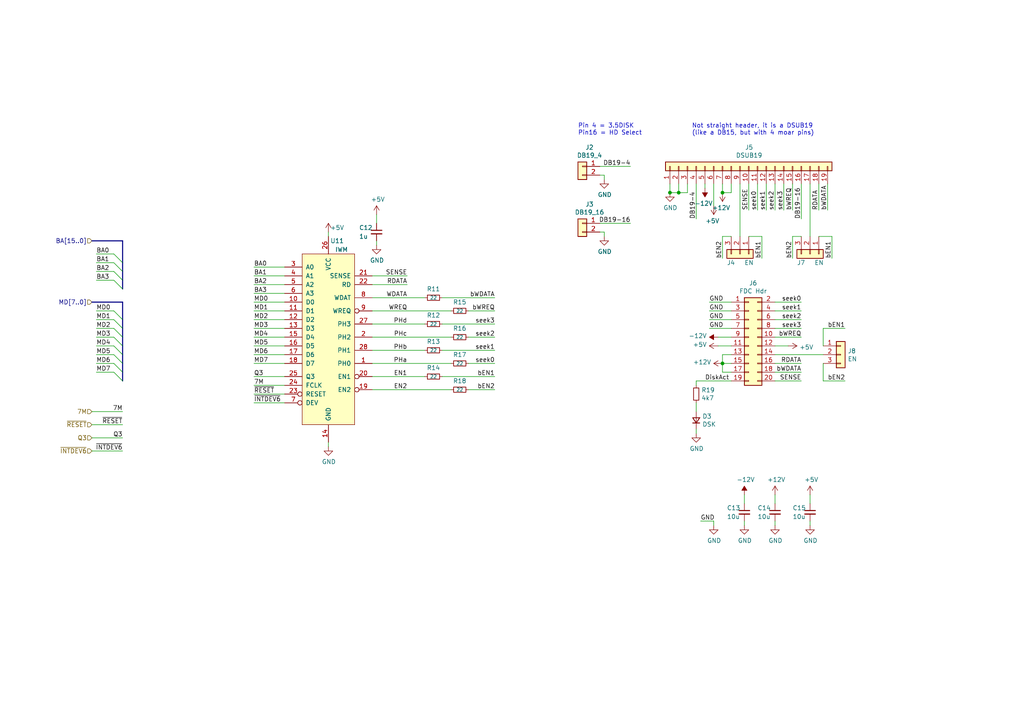
<source format=kicad_sch>
(kicad_sch (version 20211123) (generator eeschema)
  (paper "A4")
  (lib_symbols
    (symbol "Apple_IIgs_Symbols:IWM" (pin_names (offset 1.016))
      (property "Reference" "U" (at -6.35 27.94 0))
      (property "Value" "IWM" (at -6.35 25.4 0))
      (symbol "IWM_0_1"
        (rectangle (start -7.62 25.4) (end 7.62 -24.13) (fill (type background)))
      )
      (symbol "IWM_1_1"
        (pin input line (at 12.7 -6.35 180) (length 5.08) (name "PH0") (number "1"))
        (pin input line (at -12.7 11.43 0) (length 5.08) (name "D0") (number "10"))
        (pin input line (at -12.7 8.89 0) (length 5.08) (name "D1") (number "11"))
        (pin input line (at -12.7 6.35 0) (length 5.08) (name "D2") (number "12"))
        (pin input line (at -12.7 3.81 0) (length 5.08) (name "D3") (number "13"))
        (pin power_in line (at 0 -29.21 90) (length 5.08) (name "GND") (number "14"))
        (pin input line (at -12.7 1.27 0) (length 5.08) (name "D4") (number "15"))
        (pin input line (at -12.7 -1.27 0) (length 5.08) (name "D5") (number "16"))
        (pin input line (at -12.7 -3.81 0) (length 5.08) (name "D6") (number "17"))
        (pin input line (at -12.7 -6.35 0) (length 5.08) (name "D7") (number "18"))
        (pin input inverted (at 12.7 -13.97 180) (length 5.08) (name "EN2") (number "19"))
        (pin input line (at 12.7 1.27 180) (length 5.08) (name "PH2") (number "2"))
        (pin input inverted (at 12.7 -10.16 180) (length 5.08) (name "EN1") (number "20"))
        (pin input line (at 12.7 19.05 180) (length 5.08) (name "SENSE") (number "21"))
        (pin input line (at 12.7 16.51 180) (length 5.08) (name "RD") (number "22"))
        (pin input inverted (at -12.7 -15.24 0) (length 5.08) (name "RESET") (number "23"))
        (pin input line (at -12.7 -12.7 0) (length 5.08) (name "FCLK") (number "24"))
        (pin input line (at -12.7 -10.16 0) (length 5.08) (name "Q3") (number "25"))
        (pin power_in line (at 0 30.48 270) (length 5.08) (name "VCC") (number "26"))
        (pin input line (at 12.7 5.08 180) (length 5.08) (name "PH3") (number "27"))
        (pin input line (at 12.7 -2.54 180) (length 5.08) (name "PH1") (number "28"))
        (pin input line (at -12.7 21.59 0) (length 5.08) (name "A0") (number "3"))
        (pin input line (at -12.7 19.05 0) (length 5.08) (name "A1") (number "4"))
        (pin input line (at -12.7 16.51 0) (length 5.08) (name "A2") (number "5"))
        (pin input line (at -12.7 13.97 0) (length 5.08) (name "A3") (number "6"))
        (pin input inverted (at -12.7 -17.78 0) (length 5.08) (name "DEV") (number "7"))
        (pin input line (at 12.7 12.7 180) (length 5.08) (name "WDAT") (number "8"))
        (pin input inverted (at 12.7 8.89 180) (length 5.08) (name "WREQ") (number "9"))
      )
    )
    (symbol "Connector_Generic:Conn_01x02" (pin_names (offset 1.016) hide)
      (property "Reference" "J" (at 0 2.54 0))
      (property "Value" "Conn_01x02" (at 0 -5.08 0))
      (symbol "Conn_01x02_1_1"
        (rectangle (start -1.27 -2.413) (end 0 -2.667) (stroke (width 0.1524)))
        (rectangle (start -1.27 0.127) (end 0 -0.127) (stroke (width 0.1524)))
        (rectangle (start -1.27 1.27) (end 1.27 -3.81) (stroke (width 0.254)) (fill (type background)))
        (pin passive line (at -5.08 0 0) (length 3.81) (name "Pin_1") (number "1"))
        (pin passive line (at -5.08 -2.54 0) (length 3.81) (name "Pin_2") (number "2"))
      )
    )
    (symbol "Connector_Generic:Conn_01x03" (pin_names (offset 1.016) hide)
      (property "Reference" "J" (at 0 5.08 0))
      (property "Value" "Conn_01x03" (at 0 -5.08 0))
      (symbol "Conn_01x03_1_1"
        (rectangle (start -1.27 -2.413) (end 0 -2.667) (stroke (width 0.1524)))
        (rectangle (start -1.27 0.127) (end 0 -0.127) (stroke (width 0.1524)))
        (rectangle (start -1.27 2.667) (end 0 2.413) (stroke (width 0.1524)))
        (rectangle (start -1.27 3.81) (end 1.27 -3.81) (stroke (width 0.254)) (fill (type background)))
        (pin passive line (at -5.08 2.54 0) (length 3.81) (name "Pin_1") (number "1"))
        (pin passive line (at -5.08 0 0) (length 3.81) (name "Pin_2") (number "2"))
        (pin passive line (at -5.08 -2.54 0) (length 3.81) (name "Pin_3") (number "3"))
      )
    )
    (symbol "Connector_Generic:Conn_01x19" (pin_names (offset 1.016) hide)
      (property "Reference" "J" (at 0 25.4 0))
      (property "Value" "Conn_01x19" (at 0 -25.4 0))
      (symbol "Conn_01x19_1_1"
        (rectangle (start -1.27 -22.733) (end 0 -22.987) (stroke (width 0.1524)))
        (rectangle (start -1.27 -20.193) (end 0 -20.447) (stroke (width 0.1524)))
        (rectangle (start -1.27 -17.653) (end 0 -17.907) (stroke (width 0.1524)))
        (rectangle (start -1.27 -15.113) (end 0 -15.367) (stroke (width 0.1524)))
        (rectangle (start -1.27 -12.573) (end 0 -12.827) (stroke (width 0.1524)))
        (rectangle (start -1.27 -10.033) (end 0 -10.287) (stroke (width 0.1524)))
        (rectangle (start -1.27 -7.493) (end 0 -7.747) (stroke (width 0.1524)))
        (rectangle (start -1.27 -4.953) (end 0 -5.207) (stroke (width 0.1524)))
        (rectangle (start -1.27 -2.413) (end 0 -2.667) (stroke (width 0.1524)))
        (rectangle (start -1.27 0.127) (end 0 -0.127) (stroke (width 0.1524)))
        (rectangle (start -1.27 2.667) (end 0 2.413) (stroke (width 0.1524)))
        (rectangle (start -1.27 5.207) (end 0 4.953) (stroke (width 0.1524)))
        (rectangle (start -1.27 7.747) (end 0 7.493) (stroke (width 0.1524)))
        (rectangle (start -1.27 10.287) (end 0 10.033) (stroke (width 0.1524)))
        (rectangle (start -1.27 12.827) (end 0 12.573) (stroke (width 0.1524)))
        (rectangle (start -1.27 15.367) (end 0 15.113) (stroke (width 0.1524)))
        (rectangle (start -1.27 17.907) (end 0 17.653) (stroke (width 0.1524)))
        (rectangle (start -1.27 20.447) (end 0 20.193) (stroke (width 0.1524)))
        (rectangle (start -1.27 22.987) (end 0 22.733) (stroke (width 0.1524)))
        (rectangle (start -1.27 24.13) (end 1.27 -24.13) (stroke (width 0.254)) (fill (type background)))
        (pin passive line (at -5.08 22.86 0) (length 3.81) (name "Pin_1") (number "1"))
        (pin passive line (at -5.08 0 0) (length 3.81) (name "Pin_10") (number "10"))
        (pin passive line (at -5.08 -2.54 0) (length 3.81) (name "Pin_11") (number "11"))
        (pin passive line (at -5.08 -5.08 0) (length 3.81) (name "Pin_12") (number "12"))
        (pin passive line (at -5.08 -7.62 0) (length 3.81) (name "Pin_13") (number "13"))
        (pin passive line (at -5.08 -10.16 0) (length 3.81) (name "Pin_14") (number "14"))
        (pin passive line (at -5.08 -12.7 0) (length 3.81) (name "Pin_15") (number "15"))
        (pin passive line (at -5.08 -15.24 0) (length 3.81) (name "Pin_16") (number "16"))
        (pin passive line (at -5.08 -17.78 0) (length 3.81) (name "Pin_17") (number "17"))
        (pin passive line (at -5.08 -20.32 0) (length 3.81) (name "Pin_18") (number "18"))
        (pin passive line (at -5.08 -22.86 0) (length 3.81) (name "Pin_19") (number "19"))
        (pin passive line (at -5.08 20.32 0) (length 3.81) (name "Pin_2") (number "2"))
        (pin passive line (at -5.08 17.78 0) (length 3.81) (name "Pin_3") (number "3"))
        (pin passive line (at -5.08 15.24 0) (length 3.81) (name "Pin_4") (number "4"))
        (pin passive line (at -5.08 12.7 0) (length 3.81) (name "Pin_5") (number "5"))
        (pin passive line (at -5.08 10.16 0) (length 3.81) (name "Pin_6") (number "6"))
        (pin passive line (at -5.08 7.62 0) (length 3.81) (name "Pin_7") (number "7"))
        (pin passive line (at -5.08 5.08 0) (length 3.81) (name "Pin_8") (number "8"))
        (pin passive line (at -5.08 2.54 0) (length 3.81) (name "Pin_9") (number "9"))
      )
    )
    (symbol "Connector_Generic:Conn_02x10_Odd_Even" (pin_names (offset 1.016) hide)
      (property "Reference" "J" (at 1.27 12.7 0))
      (property "Value" "Conn_02x10_Odd_Even" (at 1.27 -15.24 0))
      (symbol "Conn_02x10_Odd_Even_1_1"
        (rectangle (start -1.27 -12.573) (end 0 -12.827) (stroke (width 0.1524)))
        (rectangle (start -1.27 -10.033) (end 0 -10.287) (stroke (width 0.1524)))
        (rectangle (start -1.27 -7.493) (end 0 -7.747) (stroke (width 0.1524)))
        (rectangle (start -1.27 -4.953) (end 0 -5.207) (stroke (width 0.1524)))
        (rectangle (start -1.27 -2.413) (end 0 -2.667) (stroke (width 0.1524)))
        (rectangle (start -1.27 0.127) (end 0 -0.127) (stroke (width 0.1524)))
        (rectangle (start -1.27 2.667) (end 0 2.413) (stroke (width 0.1524)))
        (rectangle (start -1.27 5.207) (end 0 4.953) (stroke (width 0.1524)))
        (rectangle (start -1.27 7.747) (end 0 7.493) (stroke (width 0.1524)))
        (rectangle (start -1.27 10.287) (end 0 10.033) (stroke (width 0.1524)))
        (rectangle (start -1.27 11.43) (end 3.81 -13.97) (stroke (width 0.254)) (fill (type background)))
        (rectangle (start 3.81 -12.573) (end 2.54 -12.827) (stroke (width 0.1524)))
        (rectangle (start 3.81 -10.033) (end 2.54 -10.287) (stroke (width 0.1524)))
        (rectangle (start 3.81 -7.493) (end 2.54 -7.747) (stroke (width 0.1524)))
        (rectangle (start 3.81 -4.953) (end 2.54 -5.207) (stroke (width 0.1524)))
        (rectangle (start 3.81 -2.413) (end 2.54 -2.667) (stroke (width 0.1524)))
        (rectangle (start 3.81 0.127) (end 2.54 -0.127) (stroke (width 0.1524)))
        (rectangle (start 3.81 2.667) (end 2.54 2.413) (stroke (width 0.1524)))
        (rectangle (start 3.81 5.207) (end 2.54 4.953) (stroke (width 0.1524)))
        (rectangle (start 3.81 7.747) (end 2.54 7.493) (stroke (width 0.1524)))
        (rectangle (start 3.81 10.287) (end 2.54 10.033) (stroke (width 0.1524)))
        (pin passive line (at -5.08 10.16 0) (length 3.81) (name "Pin_1") (number "1"))
        (pin passive line (at 7.62 0 180) (length 3.81) (name "Pin_10") (number "10"))
        (pin passive line (at -5.08 -2.54 0) (length 3.81) (name "Pin_11") (number "11"))
        (pin passive line (at 7.62 -2.54 180) (length 3.81) (name "Pin_12") (number "12"))
        (pin passive line (at -5.08 -5.08 0) (length 3.81) (name "Pin_13") (number "13"))
        (pin passive line (at 7.62 -5.08 180) (length 3.81) (name "Pin_14") (number "14"))
        (pin passive line (at -5.08 -7.62 0) (length 3.81) (name "Pin_15") (number "15"))
        (pin passive line (at 7.62 -7.62 180) (length 3.81) (name "Pin_16") (number "16"))
        (pin passive line (at -5.08 -10.16 0) (length 3.81) (name "Pin_17") (number "17"))
        (pin passive line (at 7.62 -10.16 180) (length 3.81) (name "Pin_18") (number "18"))
        (pin passive line (at -5.08 -12.7 0) (length 3.81) (name "Pin_19") (number "19"))
        (pin passive line (at 7.62 10.16 180) (length 3.81) (name "Pin_2") (number "2"))
        (pin passive line (at 7.62 -12.7 180) (length 3.81) (name "Pin_20") (number "20"))
        (pin passive line (at -5.08 7.62 0) (length 3.81) (name "Pin_3") (number "3"))
        (pin passive line (at 7.62 7.62 180) (length 3.81) (name "Pin_4") (number "4"))
        (pin passive line (at -5.08 5.08 0) (length 3.81) (name "Pin_5") (number "5"))
        (pin passive line (at 7.62 5.08 180) (length 3.81) (name "Pin_6") (number "6"))
        (pin passive line (at -5.08 2.54 0) (length 3.81) (name "Pin_7") (number "7"))
        (pin passive line (at 7.62 2.54 180) (length 3.81) (name "Pin_8") (number "8"))
        (pin passive line (at -5.08 0 0) (length 3.81) (name "Pin_9") (number "9"))
      )
    )
    (symbol "My_Library:C_0805" (pin_numbers hide) (pin_names (offset 0.254) hide)
      (property "Reference" "C" (at 0.254 1.778 0))
      (property "Value" "My_Library_C_0805" (at 0.254 -2.032 0))
      (symbol "C_0805_0_1"
        (polyline (pts (xy -1.524 -0.508) (xy 1.524 -0.508)) (stroke (width 0.3302)))
        (polyline (pts (xy -1.524 0.508) (xy 1.524 0.508)) (stroke (width 0.3048)))
      )
      (symbol "C_0805_1_1"
        (pin passive line (at 0 2.54 270) (length 2.032) (name "~") (number "1"))
        (pin passive line (at 0 -2.54 90) (length 2.032) (name "~") (number "2"))
      )
    )
    (symbol "My_Library:D_1206" (pin_numbers hide) (pin_names (offset 0.254) hide)
      (property "Reference" "D" (at -1.27 2.032 0))
      (property "Value" "My_Library_D_1206" (at -3.81 -2.032 0))
      (symbol "D_1206_0_1"
        (polyline (pts (xy -0.762 -1.016) (xy -0.762 1.016)) (stroke (width 0.254)))
        (polyline (pts (xy -0.762 0) (xy 0.762 0)))
        (polyline (pts (xy 0.762 -1.016) (xy -0.762 0) (xy 0.762 1.016) (xy 0.762 -1.016)) (stroke (width 0.254)))
      )
      (symbol "D_1206_1_1"
        (pin passive line (at -2.54 0 0) (length 1.778) (name "K") (number "1"))
        (pin passive line (at 2.54 0 180) (length 1.778) (name "A") (number "2"))
      )
    )
    (symbol "My_Library:R_0805" (pin_numbers hide) (pin_names (offset 0.254) hide)
      (property "Reference" "R" (at 0.762 0.508 0))
      (property "Value" "My_Library_R_0805" (at 0.762 -1.016 0))
      (symbol "R_0805_0_1"
        (rectangle (start -0.762 1.778) (end 0.762 -1.778) (stroke (width 0.2032)))
      )
      (symbol "R_0805_1_1"
        (pin passive line (at 0 2.54 270) (length 0.762) (name "~") (number "1"))
        (pin passive line (at 0 -2.54 90) (length 0.762) (name "~") (number "2"))
      )
    )
    (symbol "power:+12V" (power) (pin_names (offset 0))
      (property "Value" "+12V" (at 0 3.556 0))
      (symbol "+12V_0_1"
        (polyline (pts (xy -0.762 1.27) (xy 0 2.54)))
        (polyline (pts (xy 0 0) (xy 0 2.54)))
        (polyline (pts (xy 0 2.54) (xy 0.762 1.27)))
      )
      (symbol "+12V_1_1"
        (pin power_in line (at 0 0 90) (length 0) hide (name "+12V") (number "1"))
      )
    )
    (symbol "power:+5V" (power) (pin_names (offset 0))
      (property "Value" "+5V" (at 0 3.556 0))
      (symbol "+5V_0_1"
        (polyline (pts (xy -0.762 1.27) (xy 0 2.54)))
        (polyline (pts (xy 0 0) (xy 0 2.54)))
        (polyline (pts (xy 0 2.54) (xy 0.762 1.27)))
      )
      (symbol "+5V_1_1"
        (pin power_in line (at 0 0 90) (length 0) hide (name "+5V") (number "1"))
      )
    )
    (symbol "power:-12V" (power) (pin_names (offset 0))
      (property "Value" "-12V" (at 0 3.81 0))
      (symbol "-12V_0_0"
        (pin power_in line (at 0 0 90) (length 0) hide (name "-12V") (number "1"))
      )
      (symbol "-12V_0_1"
        (polyline (pts (xy 0 0) (xy 0 1.27) (xy 0.762 1.27) (xy 0 2.54) (xy -0.762 1.27) (xy 0 1.27)) (fill (type outline)))
      )
    )
    (symbol "power:GND" (power) (pin_names (offset 0))
      (property "Value" "GND" (at 0 -3.81 0))
      (symbol "GND_0_1"
        (polyline (pts (xy 0 0) (xy 0 -1.27) (xy 1.27 -1.27) (xy 0 -2.54) (xy -1.27 -1.27) (xy 0 -1.27)))
      )
      (symbol "GND_1_1"
        (pin power_in line (at 0 0 270) (length 0) hide (name "GND") (number "1"))
      )
    )
  )
  (junction (at 209.55 105.41))
  (junction (at 196.85 55.88))
  (junction (at 194.31 55.88))
  (junction (at 209.55 55.88))
  (bus_entry (at 33.02 97.79) (size 2.54 2.54))
  (bus_entry (at 33.02 90.17) (size 2.54 2.54))
  (bus_entry (at 33.02 78.74) (size 2.54 2.54))
  (bus_entry (at 33.02 76.2) (size 2.54 2.54))
  (bus_entry (at 33.02 81.28) (size 2.54 2.54))
  (bus_entry (at 33.02 95.25) (size 2.54 2.54))
  (bus_entry (at 33.02 100.33) (size 2.54 2.54))
  (bus_entry (at 33.02 92.71) (size 2.54 2.54))
  (bus_entry (at 33.02 102.87) (size 2.54 2.54))
  (bus_entry (at 33.02 107.95) (size 2.54 2.54))
  (bus_entry (at 33.02 73.66) (size 2.54 2.54))
  (bus_entry (at 33.02 105.41) (size 2.54 2.54))
  (wire (pts (xy 229.87 68.58) (xy 229.87 74.93)))
  (wire (pts (xy 212.09 90.17) (xy 205.74 90.17)))
  (wire (pts (xy 27.94 100.33) (xy 33.02 100.33)))
  (wire (pts (xy 27.94 76.2) (xy 33.02 76.2)))
  (wire (pts (xy 82.55 111.76) (xy 73.66 111.76)))
  (wire (pts (xy 214.63 53.34) (xy 214.63 68.58)))
  (wire (pts (xy 212.09 107.95) (xy 209.55 107.95)))
  (wire (pts (xy 82.55 77.47) (xy 73.66 77.47)))
  (bus (pts (xy 35.56 102.87) (xy 35.56 100.33)))
  (wire (pts (xy 224.79 87.63) (xy 232.41 87.63)))
  (wire (pts (xy 241.3 68.58) (xy 241.3 74.93)))
  (wire (pts (xy 201.93 53.34) (xy 201.93 63.5)))
  (bus (pts (xy 35.56 92.71) (xy 35.56 87.63)))
  (wire (pts (xy 220.98 68.58) (xy 220.98 74.93)))
  (wire (pts (xy 201.93 110.49) (xy 201.93 111.76)))
  (bus (pts (xy 35.56 83.82) (xy 35.56 81.28)))
  (wire (pts (xy 201.93 110.49) (xy 212.09 110.49)))
  (wire (pts (xy 107.95 105.41) (xy 130.81 105.41)))
  (wire (pts (xy 175.26 50.8) (xy 175.26 52.07)))
  (wire (pts (xy 107.95 97.79) (xy 130.81 97.79)))
  (wire (pts (xy 238.76 110.49) (xy 245.11 110.49)))
  (wire (pts (xy 27.94 97.79) (xy 33.02 97.79)))
  (wire (pts (xy 199.39 55.88) (xy 196.85 55.88)))
  (wire (pts (xy 207.01 53.34) (xy 207.01 59.69)))
  (wire (pts (xy 222.25 53.34) (xy 222.25 60.96)))
  (bus (pts (xy 35.56 95.25) (xy 35.56 92.71)))
  (wire (pts (xy 238.76 95.25) (xy 245.11 95.25)))
  (wire (pts (xy 128.27 101.6) (xy 143.51 101.6)))
  (bus (pts (xy 35.56 81.28) (xy 35.56 78.74)))
  (wire (pts (xy 209.55 102.87) (xy 209.55 105.41)))
  (wire (pts (xy 212.09 68.58) (xy 209.55 68.58)))
  (wire (pts (xy 209.55 68.58) (xy 209.55 74.93)))
  (wire (pts (xy 107.95 101.6) (xy 123.19 101.6)))
  (wire (pts (xy 82.55 105.41) (xy 73.66 105.41)))
  (bus (pts (xy 26.67 69.85) (xy 35.56 69.85)))
  (wire (pts (xy 227.33 53.34) (xy 227.33 60.96)))
  (wire (pts (xy 224.79 53.34) (xy 224.79 60.96)))
  (wire (pts (xy 95.25 67.31) (xy 95.25 68.58)))
  (wire (pts (xy 204.47 53.34) (xy 204.47 54.61)))
  (wire (pts (xy 118.11 82.55) (xy 107.95 82.55)))
  (wire (pts (xy 82.55 87.63) (xy 73.66 87.63)))
  (wire (pts (xy 82.55 82.55) (xy 73.66 82.55)))
  (wire (pts (xy 212.09 95.25) (xy 205.74 95.25)))
  (wire (pts (xy 237.49 68.58) (xy 241.3 68.58)))
  (wire (pts (xy 237.49 60.96) (xy 237.49 53.34)))
  (wire (pts (xy 224.79 102.87) (xy 238.76 102.87)))
  (wire (pts (xy 82.55 116.84) (xy 73.66 116.84)))
  (wire (pts (xy 238.76 100.33) (xy 238.76 95.25)))
  (wire (pts (xy 234.95 151.13) (xy 234.95 152.4)))
  (wire (pts (xy 128.27 86.36) (xy 143.51 86.36)))
  (wire (pts (xy 212.09 97.79) (xy 208.28 97.79)))
  (wire (pts (xy 224.79 92.71) (xy 232.41 92.71)))
  (bus (pts (xy 35.56 110.49) (xy 35.56 107.95)))
  (wire (pts (xy 27.94 78.74) (xy 33.02 78.74)))
  (wire (pts (xy 234.95 143.51) (xy 234.95 146.05)))
  (wire (pts (xy 224.79 100.33) (xy 228.6 100.33)))
  (wire (pts (xy 128.27 109.22) (xy 143.51 109.22)))
  (wire (pts (xy 229.87 53.34) (xy 229.87 60.96)))
  (wire (pts (xy 215.9 143.51) (xy 215.9 146.05)))
  (wire (pts (xy 82.55 114.3) (xy 73.66 114.3)))
  (wire (pts (xy 234.95 53.34) (xy 234.95 68.58)))
  (bus (pts (xy 35.56 76.2) (xy 35.56 69.85)))
  (wire (pts (xy 212.09 102.87) (xy 209.55 102.87)))
  (wire (pts (xy 175.26 67.31) (xy 175.26 68.58)))
  (wire (pts (xy 212.09 87.63) (xy 205.74 87.63)))
  (wire (pts (xy 27.94 81.28) (xy 33.02 81.28)))
  (wire (pts (xy 196.85 55.88) (xy 194.31 55.88)))
  (wire (pts (xy 238.76 105.41) (xy 238.76 110.49)))
  (wire (pts (xy 107.95 109.22) (xy 123.19 109.22)))
  (wire (pts (xy 224.79 143.51) (xy 224.79 146.05)))
  (wire (pts (xy 82.55 102.87) (xy 73.66 102.87)))
  (wire (pts (xy 209.55 107.95) (xy 209.55 105.41)))
  (wire (pts (xy 95.25 128.27) (xy 95.25 129.54)))
  (bus (pts (xy 35.56 105.41) (xy 35.56 102.87)))
  (wire (pts (xy 194.31 55.88) (xy 194.31 53.34)))
  (wire (pts (xy 107.95 86.36) (xy 123.19 86.36)))
  (wire (pts (xy 35.56 130.81) (xy 26.67 130.81)))
  (wire (pts (xy 82.55 92.71) (xy 73.66 92.71)))
  (wire (pts (xy 107.95 90.17) (xy 130.81 90.17)))
  (wire (pts (xy 209.55 55.88) (xy 209.55 53.34)))
  (wire (pts (xy 135.89 90.17) (xy 143.51 90.17)))
  (wire (pts (xy 35.56 119.38) (xy 26.67 119.38)))
  (bus (pts (xy 35.56 78.74) (xy 35.56 76.2)))
  (wire (pts (xy 224.79 90.17) (xy 232.41 90.17)))
  (wire (pts (xy 173.99 64.77) (xy 182.88 64.77)))
  (wire (pts (xy 118.11 80.01) (xy 107.95 80.01)))
  (wire (pts (xy 207.01 152.4) (xy 207.01 151.13)))
  (wire (pts (xy 82.55 90.17) (xy 73.66 90.17)))
  (wire (pts (xy 212.09 105.41) (xy 209.55 105.41)))
  (wire (pts (xy 33.02 105.41) (xy 27.94 105.41)))
  (bus (pts (xy 35.56 97.79) (xy 35.56 95.25)))
  (wire (pts (xy 224.79 107.95) (xy 232.41 107.95)))
  (bus (pts (xy 26.67 87.63) (xy 35.56 87.63)))
  (wire (pts (xy 201.93 124.46) (xy 201.93 125.73)))
  (wire (pts (xy 224.79 95.25) (xy 232.41 95.25)))
  (bus (pts (xy 35.56 100.33) (xy 35.56 97.79)))
  (wire (pts (xy 196.85 53.34) (xy 196.85 55.88)))
  (wire (pts (xy 201.93 116.84) (xy 201.93 119.38)))
  (wire (pts (xy 27.94 95.25) (xy 33.02 95.25)))
  (wire (pts (xy 219.71 53.34) (xy 219.71 60.96)))
  (wire (pts (xy 232.41 53.34) (xy 232.41 63.5)))
  (wire (pts (xy 199.39 53.34) (xy 199.39 55.88)))
  (wire (pts (xy 82.55 100.33) (xy 73.66 100.33)))
  (wire (pts (xy 107.95 93.98) (xy 123.19 93.98)))
  (wire (pts (xy 240.03 53.34) (xy 240.03 60.96)))
  (wire (pts (xy 109.22 62.23) (xy 109.22 64.77)))
  (wire (pts (xy 82.55 95.25) (xy 73.66 95.25)))
  (wire (pts (xy 26.67 123.19) (xy 35.56 123.19)))
  (wire (pts (xy 82.55 80.01) (xy 73.66 80.01)))
  (wire (pts (xy 215.9 151.13) (xy 215.9 152.4)))
  (wire (pts (xy 35.56 127) (xy 26.67 127)))
  (wire (pts (xy 224.79 151.13) (xy 224.79 152.4)))
  (wire (pts (xy 33.02 90.17) (xy 27.94 90.17)))
  (wire (pts (xy 109.22 69.85) (xy 109.22 71.12)))
  (wire (pts (xy 232.41 105.41) (xy 224.79 105.41)))
  (wire (pts (xy 135.89 105.41) (xy 143.51 105.41)))
  (wire (pts (xy 82.55 85.09) (xy 73.66 85.09)))
  (wire (pts (xy 232.41 68.58) (xy 229.87 68.58)))
  (wire (pts (xy 217.17 68.58) (xy 220.98 68.58)))
  (wire (pts (xy 135.89 113.03) (xy 143.51 113.03)))
  (bus (pts (xy 35.56 107.95) (xy 35.56 105.41)))
  (wire (pts (xy 33.02 107.95) (xy 27.94 107.95)))
  (wire (pts (xy 27.94 102.87) (xy 33.02 102.87)))
  (wire (pts (xy 207.01 151.13) (xy 203.2 151.13)))
  (wire (pts (xy 27.94 73.66) (xy 33.02 73.66)))
  (wire (pts (xy 107.95 113.03) (xy 130.81 113.03)))
  (wire (pts (xy 82.55 97.79) (xy 73.66 97.79)))
  (wire (pts (xy 212.09 100.33) (xy 208.28 100.33)))
  (wire (pts (xy 135.89 97.79) (xy 143.51 97.79)))
  (wire (pts (xy 82.55 109.22) (xy 73.66 109.22)))
  (wire (pts (xy 224.79 110.49) (xy 232.41 110.49)))
  (wire (pts (xy 173.99 67.31) (xy 175.26 67.31)))
  (wire (pts (xy 224.79 97.79) (xy 232.41 97.79)))
  (wire (pts (xy 33.02 92.71) (xy 27.94 92.71)))
  (wire (pts (xy 212.09 53.34) (xy 212.09 55.88)))
  (wire (pts (xy 128.27 93.98) (xy 143.51 93.98)))
  (wire (pts (xy 212.09 92.71) (xy 205.74 92.71)))
  (wire (pts (xy 212.09 55.88) (xy 209.55 55.88)))
  (wire (pts (xy 173.99 50.8) (xy 175.26 50.8)))
  (wire (pts (xy 173.99 48.26) (xy 182.88 48.26)))
  (wire (pts (xy 217.17 60.96) (xy 217.17 53.34)))
  (text "* What is wrong with the DSK activity LED?" (at -45.72 53.34 0) (effects (font (size 1.27 1.27)) (justify left bottom)))
  (text "Not straight header, it is a DSUB19\n(like a DB15, but with 4 moar pins)" (at 200.66 39.37 0) (effects (font (size 1.27 1.27)) (justify left bottom)))
  (text "Pin 4 = 3.5DISK\nPin16 = HD Select" (at 167.64 39.37 0) (effects (font (size 1.27 1.27)) (justify left bottom)))
  (label "bWREQ" (at 232.41 97.79 180))
  (label "PHb" (at 118.11 101.6 180))
  (label "MD3" (at 27.94 97.79 0))
  (label "GND" (at 205.74 95.25 0))
  (label "SENSE" (at 217.17 60.96 90))
  (label "PHc" (at 118.11 97.79 180))
  (label "bWREQ" (at 143.51 90.17 180))
  (label "bWDATA" (at 143.51 86.36 180))
  (label "seek0" (at 232.41 87.63 180))
  (label "~{RESET}" (at 35.56 123.19 180))
  (label "bWREQ" (at 229.87 60.96 90))
  (label "GND" (at 205.74 90.17 0))
  (label "MD2" (at 27.94 95.25 0))
  (label "seek3" (at 232.41 95.25 180))
  (label "MD7" (at 27.94 107.95 0))
  (label "DiskAct" (at 204.47 110.49 0))
  (label "seek2" (at 224.79 60.96 90))
  (label "bEN1" (at 143.51 109.22 180))
  (label "MD4" (at 27.94 100.33 0))
  (label "seek0" (at 219.71 60.96 90))
  (label "DB19-4" (at 201.93 63.5 90))
  (label "7M" (at 35.56 119.38 180))
  (label "GND" (at 205.74 87.63 0))
  (label "bEN1" (at 220.98 74.93 90))
  (label "EN2" (at 118.11 113.03 180))
  (label "seek3" (at 143.51 93.98 180))
  (label "BA0" (at 73.66 77.47 0))
  (label "MD0" (at 27.94 90.17 0))
  (label "MD5" (at 73.66 100.33 0))
  (label "GND" (at 203.2 151.13 0))
  (label "bEN2" (at 245.11 110.49 180))
  (label "PHd" (at 118.11 93.98 180))
  (label "WREQ" (at 118.11 90.17 180))
  (label "BA1" (at 27.94 76.2 0))
  (label "RDATA" (at 237.49 60.96 90))
  (label "GND" (at 205.74 92.71 0))
  (label "MD0" (at 73.66 87.63 0))
  (label "BA3" (at 27.94 81.28 0))
  (label "seek0" (at 143.51 105.41 180))
  (label "BA0" (at 27.94 73.66 0))
  (label "MD6" (at 27.94 105.41 0))
  (label "seek2" (at 143.51 97.79 180))
  (label "BA3" (at 73.66 85.09 0))
  (label "bEN1" (at 241.3 74.93 90))
  (label "seek1" (at 232.41 90.17 180))
  (label "seek2" (at 232.41 92.71 180))
  (label "WDATA" (at 118.11 86.36 180))
  (label "EN1" (at 118.11 109.22 180))
  (label "~{INTDEV6}" (at 35.56 130.81 180))
  (label "seek1" (at 143.51 101.6 180))
  (label "SENSE" (at 232.41 110.49 180))
  (label "seek1" (at 222.25 60.96 90))
  (label "MD2" (at 73.66 92.71 0))
  (label "BA1" (at 73.66 80.01 0))
  (label "DB19-4" (at 182.88 48.26 180))
  (label "BA2" (at 27.94 78.74 0))
  (label "MD5" (at 27.94 102.87 0))
  (label "BA2" (at 73.66 82.55 0))
  (label "MD7" (at 73.66 105.41 0))
  (label "Q3" (at 73.66 109.22 0))
  (label "MD4" (at 73.66 97.79 0))
  (label "DB19-16" (at 232.41 63.5 90))
  (label "bEN2" (at 143.51 113.03 180))
  (label "DB19-16" (at 182.88 64.77 180))
  (label "~{RESET}" (at 73.66 114.3 0))
  (label "MD1" (at 73.66 90.17 0))
  (label "MD1" (at 27.94 92.71 0))
  (label "PHa" (at 118.11 105.41 180))
  (label "7M" (at 73.66 111.76 0))
  (label "MD3" (at 73.66 95.25 0))
  (label "bEN2" (at 209.55 74.93 90))
  (label "MD6" (at 73.66 102.87 0))
  (label "bWDATA" (at 232.41 107.95 180))
  (label "SENSE" (at 118.11 80.01 180))
  (label "RDATA" (at 232.41 105.41 180))
  (label "bEN1" (at 245.11 95.25 180))
  (label "Q3" (at 35.56 127 180))
  (label "bWDATA" (at 240.03 60.96 90))
  (label "RDATA" (at 118.11 82.55 180))
  (label "seek3" (at 227.33 60.96 90))
  (label "~{INTDEV6}" (at 73.66 116.84 0))
  (label "bEN2" (at 229.87 74.93 90))
  (hierarchical_label "~{INTDEV6}" (shape input) (at 26.67 130.81 180))
  (hierarchical_label "~{RESET}" (shape input) (at 26.67 123.19 180))
  (hierarchical_label "Q3" (shape input) (at 26.67 127 180))
  (hierarchical_label "7M" (shape input) (at 26.67 119.38 180))
  (hierarchical_label "MD[7..0]" (shape input) (at 26.67 87.63 180))
  (hierarchical_label "BA[15..0]" (shape input) (at 26.67 69.85 180))
  (symbol (lib_id "Connector_Generic:Conn_01x02") (at 168.91 48.26 0) (mirror y) (unit 1)
    (property "Reference" "J2" (at 170.9928 42.7482 0))
    (property "Value" "DB19_4" (at 170.9928 45.0596 0))
    (property "Footprint" "My Libraries:PinHeader_1x02_P2.54mm_Vertical-LOCK" (effects hide))
  )
  (symbol (lib_id "My_Library:C_0805") (at 224.79 148.59 0) (unit 1)
    (property "Reference" "C14" (at 219.71 147.32 0) (effects (justify left)))
    (property "Value" "10u" (at 219.71 149.86 0) (effects (justify left)))
    (property "Footprint" "Capacitor_SMD:C_0805_2012Metric" (effects hide))
  )
  (symbol (lib_id "power:+5V") (at 95.25 67.31 0) (unit 1)
    (property "Reference" "#PWR0191" (effects hide))
    (property "Value" "+5V" (at 97.79 66.04 0))
  )
  (symbol (lib_id "My_Library:C_0805") (at 215.9 148.59 0) (unit 1)
    (property "Reference" "C13" (at 210.82 147.32 0) (effects (justify left)))
    (property "Value" "10u" (at 210.82 149.86 0) (effects (justify left)))
    (property "Footprint" "Capacitor_SMD:C_0805_2012Metric" (effects hide))
  )
  (symbol (lib_id "Connector_Generic:Conn_01x19") (at 217.17 48.26 90) (unit 1)
    (property "Reference" "J5" (at 217.2716 42.7482 90))
    (property "Value" "DSUB19" (at 217.2716 45.0596 90))
    (property "Footprint" "My Libraries:DSUB-19_Apple_II_Floppy" (effects hide))
  )
  (symbol (lib_id "power:+5V") (at 109.22 62.23 0) (unit 1)
    (property "Reference" "#PWR0173" (effects hide))
    (property "Value" "+5V" (at 109.601 57.8358 0))
  )
  (symbol (lib_id "My_Library:R_0805") (at 201.93 114.3 0) (unit 1)
    (property "Reference" "R19" (at 203.4286 113.1316 0) (effects (justify left)))
    (property "Value" "4k7" (at 203.4286 115.443 0) (effects (justify left)))
    (property "Footprint" "Resistor_SMD:R_0805_2012Metric" (effects hide))
  )
  (symbol (lib_id "Connector_Generic:Conn_01x02") (at 168.91 64.77 0) (mirror y) (unit 1)
    (property "Reference" "J3" (at 170.9928 59.2582 0))
    (property "Value" "DB19_16" (at 170.9928 61.5696 0))
    (property "Footprint" "My Libraries:PinHeader_1x02_P2.54mm_Vertical-LOCK" (effects hide))
  )
  (symbol (lib_id "power:GND") (at 215.9 152.4 0) (unit 1)
    (property "Reference" "#PWR0188" (effects hide))
    (property "Value" "GND" (at 216.027 156.7942 0))
  )
  (symbol (lib_id "power:GND") (at 109.22 71.12 0) (unit 1)
    (property "Reference" "#PWR0190" (effects hide))
    (property "Value" "GND" (at 109.347 75.5142 0))
  )
  (symbol (lib_id "Apple_IIgs_Symbols:IWM") (at 95.25 99.06 0) (unit 1)
    (property "Reference" "U11" (at 97.79 69.85 0))
    (property "Value" "IWM" (at 99.06 72.39 0))
    (property "Footprint" "Package_LCC:PLCC-28_THT-Socket" (effects hide))
  )
  (symbol (lib_id "power:+12V") (at 209.55 55.88 180) (unit 1)
    (property "Reference" "#PWR0168" (effects hide))
    (property "Value" "+12V" (at 209.169 60.2742 0))
  )
  (symbol (lib_id "My_Library:R_0805") (at 133.35 97.79 270) (unit 1)
    (property "Reference" "R16" (at 133.35 95.25 90))
    (property "Value" "22" (at 133.35 97.79 90) (effects (font (size 0.9906 0.9906))))
    (property "Footprint" "Resistor_SMD:R_0805_2012Metric" (effects hide))
  )
  (symbol (lib_id "power:+5V") (at 208.28 100.33 90) (unit 1)
    (property "Reference" "#PWR0194" (effects hide))
    (property "Value" "+5V" (at 205.0288 99.949 90) (effects (justify left)))
  )
  (symbol (lib_id "power:GND") (at 175.26 68.58 0) (unit 1)
    (property "Reference" "#PWR0171" (effects hide))
    (property "Value" "GND" (at 175.387 72.9742 0))
  )
  (symbol (lib_id "power:-12V") (at 204.47 54.61 180) (unit 1)
    (property "Reference" "#PWR0169" (effects hide))
    (property "Value" "-12V" (at 204.089 59.0042 0))
  )
  (symbol (lib_id "power:+5V") (at 207.01 59.69 180) (unit 1)
    (property "Reference" "#PWR0170" (effects hide))
    (property "Value" "+5V" (at 206.629 64.0842 0))
  )
  (symbol (lib_id "Connector_Generic:Conn_01x03") (at 234.95 73.66 270) (unit 1)
    (property "Reference" "J7" (at 231.14 76.2 90) (effects (justify left)))
    (property "Value" "EN" (at 236.22 76.2 90) (effects (justify left)))
    (property "Footprint" "My Libraries:PinHeader_1x03_P2.54mm_Vertical-LOCK" (effects hide))
  )
  (symbol (lib_id "Connector_Generic:Conn_02x10_Odd_Even") (at 217.17 97.79 0) (unit 1)
    (property "Reference" "J6" (at 218.44 82.1182 0))
    (property "Value" "FDC Hdr" (at 218.44 84.4296 0))
    (property "Footprint" "Connector_PinHeader_2.54mm:PinHeader_2x10_P2.54mm_Vertical" (effects hide))
  )
  (symbol (lib_id "power:GND") (at 194.31 55.88 0) (unit 1)
    (property "Reference" "#PWR0174" (effects hide))
    (property "Value" "GND" (at 194.437 60.2742 0))
  )
  (symbol (lib_id "My_Library:R_0805") (at 125.73 101.6 270) (unit 1)
    (property "Reference" "R13" (at 125.73 99.06 90))
    (property "Value" "22" (at 125.73 101.6 90) (effects (font (size 0.9906 0.9906))))
    (property "Footprint" "Resistor_SMD:R_0805_2012Metric" (effects hide))
  )
  (symbol (lib_id "My_Library:R_0805") (at 133.35 113.03 270) (unit 1)
    (property "Reference" "R18" (at 133.35 110.49 90))
    (property "Value" "22" (at 133.35 113.03 90) (effects (font (size 0.9906 0.9906))))
    (property "Footprint" "Resistor_SMD:R_0805_2012Metric" (effects hide))
  )
  (symbol (lib_id "power:GND") (at 175.26 52.07 0) (unit 1)
    (property "Reference" "#PWR0172" (effects hide))
    (property "Value" "GND" (at 175.387 56.4642 0))
  )
  (symbol (lib_id "power:-12V") (at 215.9 143.51 0) (unit 1)
    (property "Reference" "#PWR0187" (effects hide))
    (property "Value" "-12V" (at 216.281 139.1158 0))
  )
  (symbol (lib_id "power:-12V") (at 208.28 97.79 90) (unit 1)
    (property "Reference" "#PWR0195" (effects hide))
    (property "Value" "-12V" (at 205.0288 97.409 90) (effects (justify left)))
  )
  (symbol (lib_id "Connector_Generic:Conn_01x03") (at 243.84 102.87 0) (unit 1)
    (property "Reference" "J8" (at 245.872 101.8032 0) (effects (justify left)))
    (property "Value" "EN" (at 245.872 104.1146 0) (effects (justify left)))
    (property "Footprint" "My Libraries:PinHeader_1x03_P2.54mm_Vertical-LOCK" (effects hide))
  )
  (symbol (lib_id "My_Library:C_0805") (at 109.22 67.31 0) (unit 1)
    (property "Reference" "C12" (at 104.14 66.04 0) (effects (justify left)))
    (property "Value" "1u" (at 104.14 68.58 0) (effects (justify left)))
    (property "Footprint" "Capacitor_SMD:C_0805_2012Metric" (effects hide))
  )
  (symbol (lib_id "power:GND") (at 234.95 152.4 0) (unit 1)
    (property "Reference" "#PWR0184" (effects hide))
    (property "Value" "GND" (at 235.077 156.7942 0))
  )
  (symbol (lib_id "power:+12V") (at 224.79 143.51 0) (unit 1)
    (property "Reference" "#PWR0186" (effects hide))
    (property "Value" "+12V" (at 225.171 139.1158 0))
  )
  (symbol (lib_id "power:+12V") (at 209.55 105.41 90) (unit 1)
    (property "Reference" "#PWR0193" (effects hide))
    (property "Value" "+12V" (at 206.2988 105.029 90) (effects (justify left)))
  )
  (symbol (lib_id "power:+5V") (at 228.6 100.33 270) (unit 1)
    (property "Reference" "#PWR0177" (effects hide))
    (property "Value" "+5V" (at 231.8512 100.711 90) (effects (justify left)))
  )
  (symbol (lib_id "power:GND") (at 201.93 125.73 0) (unit 1)
    (property "Reference" "#PWR0182" (effects hide))
    (property "Value" "GND" (at 202.057 130.1242 0))
  )
  (symbol (lib_id "Connector_Generic:Conn_01x03") (at 214.63 73.66 270) (unit 1)
    (property "Reference" "J4" (at 210.82 76.2 90) (effects (justify left)))
    (property "Value" "EN" (at 215.9 76.2 90) (effects (justify left)))
    (property "Footprint" "My Libraries:PinHeader_1x03_P2.54mm_Vertical-LOCK" (effects hide))
  )
  (symbol (lib_id "My_Library:R_0805") (at 133.35 90.17 270) (unit 1)
    (property "Reference" "R15" (at 133.35 87.63 90))
    (property "Value" "22" (at 133.35 90.17 90) (effects (font (size 0.9906 0.9906))))
    (property "Footprint" "Resistor_SMD:R_0805_2012Metric" (effects hide))
  )
  (symbol (lib_id "My_Library:D_1206") (at 201.93 121.92 90) (unit 1)
    (property "Reference" "D3" (at 203.708 120.7516 90) (effects (justify right)))
    (property "Value" "DSK" (at 203.708 123.063 90) (effects (justify right)))
    (property "Footprint" "LED_SMD:LED_1206_3216Metric" (effects hide))
  )
  (symbol (lib_id "power:GND") (at 95.25 129.54 0) (unit 1)
    (property "Reference" "#PWR0192" (effects hide))
    (property "Value" "GND" (at 95.377 133.9342 0))
  )
  (symbol (lib_id "My_Library:R_0805") (at 125.73 86.36 270) (unit 1)
    (property "Reference" "R11" (at 125.73 83.82 90))
    (property "Value" "22" (at 125.73 86.36 90) (effects (font (size 0.9906 0.9906))))
    (property "Footprint" "Resistor_SMD:R_0805_2012Metric" (effects hide))
  )
  (symbol (lib_id "My_Library:C_0805") (at 234.95 148.59 0) (unit 1)
    (property "Reference" "C15" (at 229.87 147.32 0) (effects (justify left)))
    (property "Value" "10u" (at 229.87 149.86 0) (effects (justify left)))
    (property "Footprint" "Capacitor_SMD:C_0805_2012Metric" (effects hide))
  )
  (symbol (lib_id "My_Library:R_0805") (at 133.35 105.41 270) (unit 1)
    (property "Reference" "R17" (at 133.35 102.87 90))
    (property "Value" "22" (at 133.35 105.41 90) (effects (font (size 0.9906 0.9906))))
    (property "Footprint" "Resistor_SMD:R_0805_2012Metric" (effects hide))
  )
  (symbol (lib_id "power:GND") (at 207.01 152.4 0) (unit 1)
    (property "Reference" "#PWR0189" (effects hide))
    (property "Value" "GND" (at 207.137 156.7942 0))
  )
  (symbol (lib_id "power:GND") (at 224.79 152.4 0) (unit 1)
    (property "Reference" "#PWR0185" (effects hide))
    (property "Value" "GND" (at 224.917 156.7942 0))
  )
  (symbol (lib_id "My_Library:R_0805") (at 125.73 93.98 270) (unit 1)
    (property "Reference" "R12" (at 125.73 91.44 90))
    (property "Value" "22" (at 125.73 93.98 90) (effects (font (size 0.9906 0.9906))))
    (property "Footprint" "Resistor_SMD:R_0805_2012Metric" (effects hide))
  )
  (symbol (lib_id "My_Library:R_0805") (at 125.73 109.22 270) (unit 1)
    (property "Reference" "R14" (at 125.73 106.68 90))
    (property "Value" "22" (at 125.73 109.22 90) (effects (font (size 0.9906 0.9906))))
    (property "Footprint" "Resistor_SMD:R_0805_2012Metric" (effects hide))
  )
  (symbol (lib_id "power:+5V") (at 234.95 143.51 0) (unit 1)
    (property "Reference" "#PWR0183" (effects hide))
    (property "Value" "+5V" (at 235.331 139.1158 0))
  )
)
</source>
